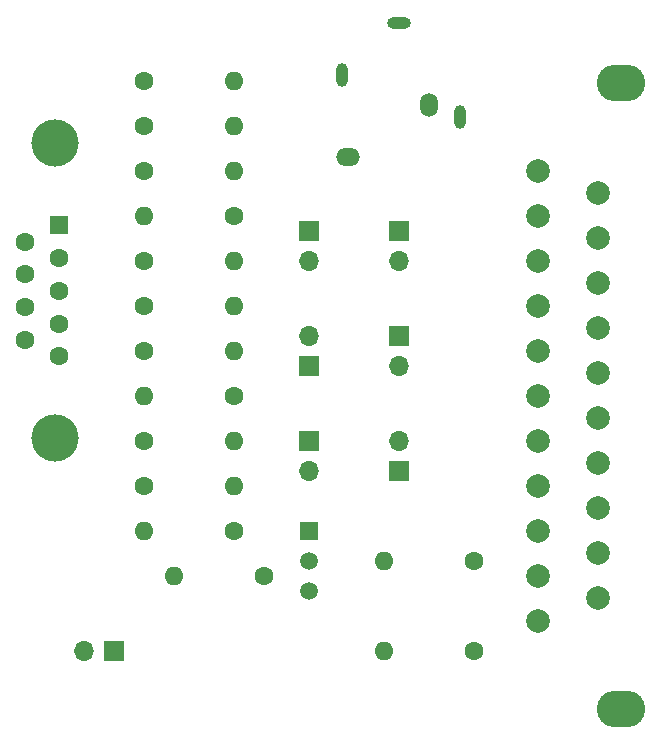
<source format=gbr>
%TF.GenerationSoftware,KiCad,Pcbnew,(6.0.2)*%
%TF.CreationDate,2022-09-10T23:33:55-05:00*%
%TF.ProjectId,CGA2SCart,43474132-5343-4617-9274-2e6b69636164,rev?*%
%TF.SameCoordinates,Original*%
%TF.FileFunction,Soldermask,Bot*%
%TF.FilePolarity,Negative*%
%FSLAX46Y46*%
G04 Gerber Fmt 4.6, Leading zero omitted, Abs format (unit mm)*
G04 Created by KiCad (PCBNEW (6.0.2)) date 2022-09-10 23:33:55*
%MOMM*%
%LPD*%
G01*
G04 APERTURE LIST*
%ADD10O,2.000000X1.000000*%
%ADD11O,1.000000X2.000000*%
%ADD12O,2.000000X1.500000*%
%ADD13O,1.500000X2.000000*%
%ADD14C,1.600000*%
%ADD15O,1.600000X1.600000*%
%ADD16R,1.700000X1.700000*%
%ADD17O,1.700000X1.700000*%
%ADD18R,1.500000X1.500000*%
%ADD19C,1.500000*%
%ADD20C,4.000000*%
%ADD21R,1.600000X1.600000*%
%ADD22C,1.998980*%
%ADD23O,4.100000X3.100000*%
G04 APERTURE END LIST*
D10*
%TO.C,J3*%
X135890000Y-49740000D03*
D11*
X131090000Y-54140000D03*
X141090000Y-57640000D03*
D12*
X131590000Y-61040000D03*
D13*
X138490000Y-56640000D03*
%TD*%
D14*
%TO.C,R14*%
X124460000Y-96520000D03*
D15*
X116840000Y-96520000D03*
%TD*%
%TO.C,R6*%
X121920000Y-88900000D03*
D14*
X114300000Y-88900000D03*
%TD*%
%TO.C,R13*%
X114300000Y-69850000D03*
D15*
X121920000Y-69850000D03*
%TD*%
%TO.C,R12*%
X121920000Y-73660000D03*
D14*
X114300000Y-73660000D03*
%TD*%
D15*
%TO.C,R11*%
X114300000Y-66040000D03*
D14*
X121920000Y-66040000D03*
%TD*%
D16*
%TO.C,JP7*%
X128270000Y-85090000D03*
D17*
X128270000Y-87630000D03*
%TD*%
%TO.C,JP6*%
X128270000Y-69850000D03*
D16*
X128270000Y-67310000D03*
%TD*%
%TO.C,JP5*%
X128270000Y-78740000D03*
D17*
X128270000Y-76200000D03*
%TD*%
D16*
%TO.C,JP4*%
X135890000Y-67310000D03*
D17*
X135890000Y-69850000D03*
%TD*%
D16*
%TO.C,JP3*%
X135890000Y-87630000D03*
D17*
X135890000Y-85090000D03*
%TD*%
%TO.C,JP2*%
X135890000Y-78740000D03*
D16*
X135890000Y-76200000D03*
%TD*%
%TO.C,JP1*%
X111760000Y-102870000D03*
D17*
X109220000Y-102870000D03*
%TD*%
D15*
%TO.C,R10*%
X114300000Y-92710000D03*
D14*
X121920000Y-92710000D03*
%TD*%
%TO.C,R9*%
X121920000Y-81280000D03*
D15*
X114300000Y-81280000D03*
%TD*%
%TO.C,R8*%
X121920000Y-77470000D03*
D14*
X114300000Y-77470000D03*
%TD*%
%TO.C,R7*%
X114300000Y-85090000D03*
D15*
X121920000Y-85090000D03*
%TD*%
D14*
%TO.C,R5*%
X114300000Y-54610000D03*
D15*
X121920000Y-54610000D03*
%TD*%
D14*
%TO.C,R4*%
X114300000Y-58420000D03*
D15*
X121920000Y-58420000D03*
%TD*%
%TO.C,R3*%
X121920000Y-62230000D03*
D14*
X114300000Y-62230000D03*
%TD*%
%TO.C,R2*%
X142240000Y-102870000D03*
D15*
X134620000Y-102870000D03*
%TD*%
D14*
%TO.C,R1*%
X142240000Y-95250000D03*
D15*
X134620000Y-95250000D03*
%TD*%
D18*
%TO.C,Q1*%
X128270000Y-92710000D03*
D19*
X128270000Y-95250000D03*
X128270000Y-97790000D03*
%TD*%
D20*
%TO.C,J2*%
X106805331Y-59880000D03*
X106805331Y-84880000D03*
D21*
X107105331Y-66840000D03*
D14*
X107105331Y-69610000D03*
X107105331Y-72380000D03*
X107105331Y-75150000D03*
X107105331Y-77920000D03*
X104265331Y-68225000D03*
X104265331Y-70995000D03*
X104265331Y-73765000D03*
X104265331Y-76535000D03*
%TD*%
D22*
%TO.C,J1*%
X147660360Y-62230000D03*
X152740360Y-64135000D03*
X147660360Y-66040000D03*
X152740360Y-67945000D03*
X147660360Y-69850000D03*
X152740360Y-71755000D03*
X147660360Y-73660000D03*
X152740360Y-75565000D03*
X147660360Y-77470000D03*
X152740360Y-79375000D03*
X147660360Y-81280000D03*
X152740360Y-83185000D03*
X147660360Y-85090000D03*
X152740360Y-86995000D03*
X147660360Y-88900000D03*
X152740360Y-90805000D03*
X147660360Y-92710000D03*
X152740360Y-94615000D03*
X147660360Y-96520000D03*
X152740360Y-98425000D03*
X147660360Y-100330000D03*
D23*
X154739340Y-54780180D03*
X154739340Y-107779820D03*
%TD*%
M02*

</source>
